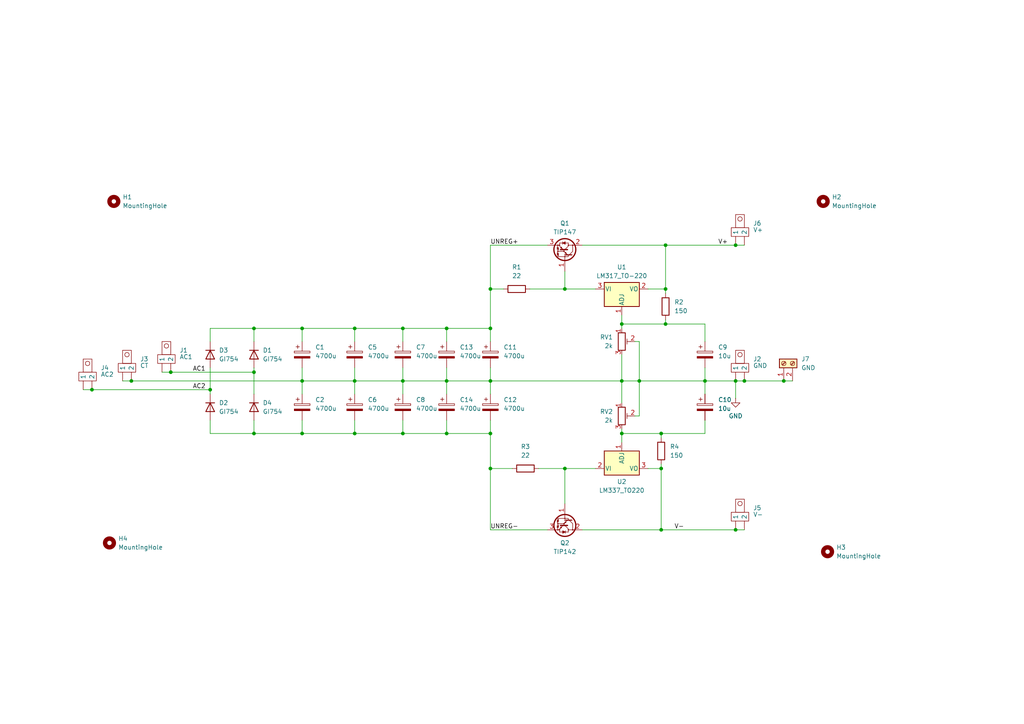
<source format=kicad_sch>
(kicad_sch (version 20250114) (generator "eeschema") (generator_version "9.0")
  (paper "A4")
  (lib_symbols
    (symbol "Connector:Screw_Terminal_01x02" (pin_names (offset 1.016) (hide yes))
      (property "Reference" "J" (at 0 2.54 0))
      (property "Value" "Screw_Terminal_01x02" (at 0 -5.08 0))
      (symbol "Screw_Terminal_01x02_1_1"
        (rectangle (start -1.27 1.27) (end 1.27 -3.81) (stroke (width 0.254)) (fill (type background)))
        (polyline (pts (xy -0.5334 0.3302) (xy 0.3302 -0.508)) (stroke (width 0.1524)))
        (polyline (pts (xy -0.5334 -2.2098) (xy 0.3302 -3.048)) (stroke (width 0.1524)))
        (polyline (pts (xy -0.3556 0.508) (xy 0.508 -0.3302)) (stroke (width 0.1524)))
        (polyline (pts (xy -0.3556 -2.032) (xy 0.508 -2.8702)) (stroke (width 0.1524)))
        (circle (center 0 0) (radius 0.635) (stroke (width 0.1524)))
        (circle (center 0 -2.54) (radius 0.635) (stroke (width 0.1524)))
        (pin passive line (at -5.08 0 0) (length 3.81) (name "Pin_1") (number "1"))
        (pin passive line (at -5.08 -2.54 0) (length 3.81) (name "Pin_2") (number "2"))
      )
    )
    (symbol "CustomSymbols:Spade_Connector" (pin_numbers (hide yes))
      (property "Reference" "J" (at 0 2.54 0))
      (symbol "Spade_Connector_0_1"
        (rectangle (start -2.54 0) (end 0 -5.08))
        (rectangle (start 0 -1.27) (end 3.81 -3.81))
        (circle (center 2.54 -2.54) (radius 0.635))
      )
      (symbol "Spade_Connector_1_1"
        (pin passive line (at -5.08 -1.27 0) (length 2.54) (name "1") (number "1"))
        (pin passive line (at -5.08 -3.81 0) (length 2.54) (name "2") (number "2"))
      )
    )
    (symbol "Device:C_Polarized" (pin_numbers (hide yes)) (pin_names (offset 0.254))
      (property "Reference" "C" (at 0.635 2.54 0))
      (property "Value" "C_Polarized" (at 0.635 -2.54 0))
      (symbol "C_Polarized_0_1"
        (rectangle (start -2.286 0.508) (end 2.286 1.016))
        (polyline (pts (xy -1.778 2.286) (xy -0.762 2.286)))
        (polyline (pts (xy -1.27 2.794) (xy -1.27 1.778)))
        (rectangle (start 2.286 -0.508) (end -2.286 -1.016) (fill (type outline)))
      )
      (symbol "C_Polarized_1_1"
        (pin passive line (at 0 3.81 270) (length 2.794) (name "~") (number "1"))
        (pin passive line (at 0 -3.81 90) (length 2.794) (name "~") (number "2"))
      )
    )
    (symbol "Device:D" (pin_numbers (hide yes)) (pin_names (offset 1.016) (hide yes))
      (property "Reference" "D" (at 0 2.54 0))
      (property "Value" "D" (at 0 -2.54 0))
      (symbol "D_0_1"
        (polyline (pts (xy -1.27 1.27) (xy -1.27 -1.27)) (stroke (width 0.254)))
        (polyline (pts (xy 1.27 1.27) (xy 1.27 -1.27) (xy -1.27 0) (xy 1.27 1.27)) (stroke (width 0.254)))
        (polyline (pts (xy 1.27 0) (xy -1.27 0)))
      )
      (symbol "D_1_1"
        (pin passive line (at -3.81 0 0) (length 2.54) (name "K") (number "1"))
        (pin passive line (at 3.81 0 180) (length 2.54) (name "A") (number "2"))
      )
    )
    (symbol "Device:R" (pin_numbers (hide yes)) (pin_names (offset 0))
      (property "Reference" "R" (at 2.032 0 90))
      (property "Value" "R" (at 0 0 90))
      (symbol "R_0_1"
        (rectangle (start -1.016 -2.54) (end 1.016 2.54) (stroke (width 0.254)))
      )
      (symbol "R_1_1"
        (pin passive line (at 0 3.81 270) (length 1.27) (name "~") (number "1"))
        (pin passive line (at 0 -3.81 90) (length 1.27) (name "~") (number "2"))
      )
    )
    (symbol "Device:R_Potentiometer_Trim" (pin_names (offset 1.016) (hide yes))
      (property "Reference" "RV" (at -4.445 0 90))
      (property "Value" "R_Potentiometer_Trim" (at -2.54 0 90))
      (symbol "R_Potentiometer_Trim_0_1"
        (rectangle (start 1.016 2.54) (end -1.016 -2.54) (stroke (width 0.254)))
        (polyline (pts (xy 1.524 0.762) (xy 1.524 -0.762)))
        (polyline (pts (xy 2.54 0) (xy 1.524 0)))
      )
      (symbol "R_Potentiometer_Trim_1_1"
        (pin passive line (at 0 3.81 270) (length 1.27) (name "1") (number "1"))
        (pin passive line (at 0 -3.81 90) (length 1.27) (name "3") (number "3"))
        (pin passive line (at 3.81 0 180) (length 1.27) (name "2") (number "2"))
      )
    )
    (symbol "Mechanical:MountingHole" (pin_names (offset 1.016)) (in_bom no)
      (property "Reference" "H" (at 0 5.08 0))
      (property "Value" "MountingHole" (at 0 3.175 0))
      (symbol "MountingHole_0_1"
        (circle (center 0 0) (radius 1.27) (stroke (width 1.27)))
      )
    )
    (symbol "Regulator_Linear:LM317_TO-220" (pin_names (offset 0.254))
      (property "Reference" "U" (at -3.81 3.175 0))
      (property "Value" "LM317_TO-220" (at 0 3.175 0))
      (symbol "LM317_TO-220_0_1"
        (rectangle (start -5.08 1.905) (end 5.08 -5.08) (stroke (width 0.254)) (fill (type background)))
      )
      (symbol "LM317_TO-220_1_1"
        (pin power_in line (at -7.62 0 0) (length 2.54) (name "VI") (number "3"))
        (pin input line (at 0 -7.62 90) (length 2.54) (name "ADJ") (number "1"))
        (pin power_out line (at 7.62 0 180) (length 2.54) (name "VO") (number "2"))
      )
    )
    (symbol "Regulator_Linear:LM337_TO220" (pin_names (offset 0.254))
      (property "Reference" "U" (at -3.81 -3.175 0))
      (property "Value" "LM337_TO220" (at 0 -3.175 0))
      (symbol "LM337_TO220_0_1"
        (rectangle (start -5.08 5.08) (end 5.08 -1.905) (stroke (width 0.254)) (fill (type background)))
      )
      (symbol "LM337_TO220_1_1"
        (pin power_in line (at -7.62 0 0) (length 2.54) (name "VI") (number "2"))
        (pin input line (at 0 7.62 270) (length 2.54) (name "ADJ") (number "1"))
        (pin power_out line (at 7.62 0 180) (length 2.54) (name "VO") (number "3"))
      )
    )
    (symbol "Transistor_BJT:TIP121" (pin_names (offset 0) (hide yes))
      (property "Reference" "Q" (at 5.08 1.905 0))
      (property "Value" "TIP121" (at 5.08 0 0))
      (symbol "TIP121_0_1"
        (polyline (pts (xy -1.27 0) (xy -0.889 0)))
        (circle (center -0.762 0) (radius 0.127))
        (polyline (pts (xy -0.254 2.032) (xy -0.254 0) (xy -0.254 0)) (stroke (width 0.3048)))
        (polyline (pts (xy -0.254 1.27) (xy 0.762 2.286) (xy 2.54 2.286)))
        (polyline (pts (xy -0.254 1.016) (xy -0.762 1.016) (xy -0.762 -2.032)))
        (polyline (pts (xy -0.254 0.762) (xy 0.762 -0.254) (xy 1.27 -0.254)))
        (polyline (pts (xy 0.635 -0.127) (xy 0.381 0.381) (xy 0.127 0.127) (xy 0.635 -0.127)))
        (polyline (pts (xy 0.762 -0.254) (xy 0.762 -2.032) (xy 1.143 -2.032) (xy 1.27 -1.778) (xy 1.397 -2.286) (xy 1.524 -1.778) (xy 1.651 -2.286) (xy 1.778 -1.778) (xy 1.905 -2.286) (xy 2.032 -2.032) (xy 2.54 -2.032)))
        (circle (center 0.762 -0.254) (radius 0.127))
        (polyline (pts (xy 0.762 -2.032) (xy 0.381 -2.032) (xy 0.254 -2.286) (xy 0.127 -1.778) (xy 0 -2.286) (xy -0.127 -1.778) (xy -0.254 -2.286) (xy -0.381 -1.778) (xy -0.508 -2.032) (xy -0.762 -2.032)))
        (circle (center 0.762 -2.032) (radius 0.127))
        (polyline (pts (xy 1.27 0.762) (xy 1.27 -1.27) (xy 1.27 -1.27)) (stroke (width 0.381)))
        (polyline (pts (xy 1.27 0) (xy 2.286 1.016) (xy 2.54 1.016) (xy 2.54 2.286)))
        (circle (center 1.27 0) (radius 3.175) (stroke (width 0.3556)))
        (polyline (pts (xy 1.27 -0.508) (xy 2.286 -1.524) (xy 2.54 -1.524) (xy 2.54 -2.032)))
        (polyline (pts (xy 2.159 -1.397) (xy 1.905 -0.889) (xy 1.651 -1.143) (xy 2.159 -1.397)))
        (circle (center 2.54 2.286) (radius 0.127))
        (circle (center 2.54 1.016) (radius 0.127))
        (polyline (pts (xy 2.54 -1.524) (xy 3.175 -1.524)))
        (circle (center 2.54 -1.524) (radius 0.127))
        (polyline (pts (xy 2.54 -2.032) (xy 2.54 -2.54)))
        (circle (center 2.54 -2.032) (radius 0.127))
        (polyline (pts (xy 2.794 0.127) (xy 3.556 0.127)))
        (polyline (pts (xy 3.175 1.016) (xy 2.54 1.016)))
        (polyline (pts (xy 3.175 1.016) (xy 3.175 0.127)))
        (polyline (pts (xy 3.175 0.127) (xy 2.794 -0.635) (xy 3.556 -0.635) (xy 3.175 0.127)) (fill (type outline)))
        (polyline (pts (xy 3.175 -0.635) (xy 3.175 -1.524)))
      )
      (symbol "TIP121_1_1"
        (pin input line (at -5.08 0 0) (length 3.81) (name "B") (number "1"))
        (pin passive line (at 2.54 5.08 270) (length 2.667) (name "C") (number "2"))
        (pin passive line (at 2.54 -5.08 90) (length 2.54) (name "E") (number "3"))
      )
    )
    (symbol "Transistor_BJT:TIP127" (pin_names (offset 0) (hide yes))
      (property "Reference" "Q" (at 5.08 1.905 0))
      (property "Value" "TIP127" (at 5.08 0 0))
      (symbol "TIP127_0_1"
        (polyline (pts (xy -1.27 0) (xy -0.889 0)))
        (circle (center -0.762 0) (radius 0.127))
        (polyline (pts (xy -0.254 2.032) (xy -0.254 0) (xy -0.254 0)) (stroke (width 0.3048)))
        (polyline (pts (xy -0.254 1.27) (xy 0.762 2.286) (xy 2.54 2.286)))
        (polyline (pts (xy -0.254 1.016) (xy -0.762 1.016) (xy -0.762 -2.032)))
        (polyline (pts (xy -0.254 0.762) (xy 0.762 -0.254) (xy 1.27 -0.254)))
        (polyline (pts (xy 0 0.508) (xy 0.254 0) (xy 0.508 0.254) (xy 0 0.508)))
        (polyline (pts (xy 0.762 -0.254) (xy 0.762 -2.032) (xy 1.143 -2.032) (xy 1.27 -1.778) (xy 1.397 -2.286) (xy 1.524 -1.778) (xy 1.651 -2.286) (xy 1.778 -1.778) (xy 1.905 -2.286) (xy 2.032 -2.032) (xy 2.54 -2.032)))
        (circle (center 0.762 -0.254) (radius 0.127))
        (polyline (pts (xy 0.762 -2.032) (xy 0.381 -2.032) (xy 0.254 -2.286) (xy 0.127 -1.778) (xy 0 -2.286) (xy -0.127 -1.778) (xy -0.254 -2.286) (xy -0.381 -1.778) (xy -0.508 -2.032) (xy -0.762 -2.032)))
        (circle (center 0.762 -2.032) (radius 0.127))
        (polyline (pts (xy 1.27 0.762) (xy 1.27 -1.27) (xy 1.27 -1.27)) (stroke (width 0.381)))
        (polyline (pts (xy 1.27 0) (xy 2.286 1.016) (xy 2.54 1.016) (xy 2.54 2.286)))
        (circle (center 1.27 0) (radius 3.175) (stroke (width 0.3556)))
        (polyline (pts (xy 1.27 -0.508) (xy 2.286 -1.524) (xy 2.54 -1.524) (xy 2.54 -2.032)))
        (polyline (pts (xy 1.524 -0.762) (xy 1.778 -1.27) (xy 2.032 -1.016) (xy 1.524 -0.762)))
        (circle (center 2.54 2.286) (radius 0.127))
        (circle (center 2.54 1.016) (radius 0.127))
        (polyline (pts (xy 2.54 -1.524) (xy 3.175 -1.524)))
        (circle (center 2.54 -1.524) (radius 0.127))
        (polyline (pts (xy 2.54 -2.032) (xy 2.54 -2.54)))
        (circle (center 2.54 -2.032) (radius 0.127))
        (polyline (pts (xy 2.794 -0.635) (xy 3.556 -0.635)))
        (polyline (pts (xy 3.175 1.016) (xy 2.54 1.016)))
        (polyline (pts (xy 3.175 0.127) (xy 3.175 1.016)))
        (polyline (pts (xy 3.175 -0.635) (xy 2.794 0.127) (xy 3.556 0.127) (xy 3.175 -0.635)) (fill (type outline)))
        (polyline (pts (xy 3.175 -1.524) (xy 3.175 -0.635)))
      )
      (symbol "TIP127_1_1"
        (pin input line (at -5.08 0 0) (length 3.81) (name "B") (number "1"))
        (pin passive line (at 2.54 5.08 270) (length 2.667) (name "C") (number "2"))
        (pin passive line (at 2.54 -5.08 90) (length 2.54) (name "E") (number "3"))
      )
    )
    (symbol "power:GND" (power) (pin_numbers (hide yes)) (pin_names (offset 0) (hide yes))
      (property "Value" "GND" (at 0 -3.81 0))
      (symbol "GND_0_1"
        (polyline (pts (xy 0 0) (xy 0 -1.27) (xy 1.27 -1.27) (xy 0 -2.54) (xy -1.27 -1.27) (xy 0 -1.27)))
      )
      (symbol "GND_1_1"
        (pin power_in line (at 0 0 270) (length 0) (name "~") (number "1"))
      )
    )
  )
  (junction (at 142.24 135.89))
  (junction (at 142.24 95.25))
  (junction (at 163.83 135.89))
  (junction (at 142.24 125.73))
  (junction (at 213.36 153.67))
  (junction (at 102.87 125.73))
  (junction (at 87.63 95.25))
  (junction (at 193.04 93.98))
  (junction (at 180.34 93.98))
  (junction (at 116.84 95.25))
  (junction (at 215.9 110.49))
  (junction (at 191.77 135.89))
  (junction (at 180.34 125.73))
  (junction (at 116.84 110.49))
  (junction (at 87.63 110.49))
  (junction (at 102.87 110.49))
  (junction (at 129.54 95.25))
  (junction (at 185.42 110.49))
  (junction (at 180.34 110.49))
  (junction (at 73.66 95.25))
  (junction (at 213.36 110.49))
  (junction (at 204.47 110.49))
  (junction (at 129.54 110.49))
  (junction (at 163.83 83.82))
  (junction (at 129.54 125.73))
  (junction (at 49.53 107.95))
  (junction (at 213.36 71.12))
  (junction (at 60.96 113.03))
  (junction (at 116.84 125.73))
  (junction (at 38.1 110.49))
  (junction (at 191.77 125.73))
  (junction (at 193.04 83.82))
  (junction (at 191.77 153.67))
  (junction (at 142.24 83.82))
  (junction (at 193.04 71.12))
  (junction (at 73.66 107.95))
  (junction (at 102.87 95.25))
  (junction (at 73.66 125.73))
  (junction (at 87.63 125.73))
  (junction (at 26.67 113.03))
  (junction (at 227.33 110.49))
  (junction (at 142.24 110.49))
  (wire (pts (xy 163.83 83.82) (xy 172.72 83.82)))
  (wire (pts (xy 129.54 110.49) (xy 142.24 110.49)))
  (wire (pts (xy 129.54 106.68) (xy 129.54 110.49)))
  (wire (pts (xy 142.24 83.82) (xy 146.05 83.82)))
  (wire (pts (xy 24.13 113.03) (xy 26.67 113.03)))
  (wire (pts (xy 168.91 71.12) (xy 193.04 71.12)))
  (wire (pts (xy 87.63 121.92) (xy 87.63 125.73)))
  (wire (pts (xy 142.24 71.12) (xy 142.24 83.82)))
  (wire (pts (xy 73.66 121.92) (xy 73.66 125.73)))
  (wire (pts (xy 191.77 135.89) (xy 187.96 135.89)))
  (wire (pts (xy 142.24 95.25) (xy 142.24 99.06)))
  (wire (pts (xy 87.63 106.68) (xy 87.63 110.49)))
  (wire (pts (xy 204.47 110.49) (xy 213.36 110.49)))
  (wire (pts (xy 60.96 125.73) (xy 60.96 121.92)))
  (wire (pts (xy 185.42 120.65) (xy 184.15 120.65)))
  (wire (pts (xy 204.47 110.49) (xy 204.47 114.3)))
  (wire (pts (xy 49.53 107.95) (xy 73.66 107.95)))
  (wire (pts (xy 142.24 110.49) (xy 142.24 114.3)))
  (wire (pts (xy 35.56 110.49) (xy 38.1 110.49)))
  (wire (pts (xy 213.36 110.49) (xy 215.9 110.49)))
  (wire (pts (xy 213.36 110.49) (xy 213.36 115.57)))
  (wire (pts (xy 193.04 92.71) (xy 193.04 93.98)))
  (wire (pts (xy 193.04 71.12) (xy 213.36 71.12)))
  (wire (pts (xy 73.66 106.68) (xy 73.66 107.95)))
  (wire (pts (xy 73.66 95.25) (xy 73.66 99.06)))
  (wire (pts (xy 102.87 125.73) (xy 87.63 125.73)))
  (wire (pts (xy 215.9 153.67) (xy 213.36 153.67)))
  (wire (pts (xy 73.66 95.25) (xy 87.63 95.25)))
  (wire (pts (xy 215.9 110.49) (xy 227.33 110.49)))
  (wire (pts (xy 187.96 83.82) (xy 193.04 83.82)))
  (wire (pts (xy 142.24 106.68) (xy 142.24 110.49)))
  (wire (pts (xy 142.24 110.49) (xy 180.34 110.49)))
  (wire (pts (xy 204.47 93.98) (xy 204.47 99.06)))
  (wire (pts (xy 180.34 125.73) (xy 180.34 128.27)))
  (wire (pts (xy 116.84 106.68) (xy 116.84 110.49)))
  (wire (pts (xy 116.84 95.25) (xy 129.54 95.25)))
  (wire (pts (xy 73.66 107.95) (xy 73.66 114.3)))
  (wire (pts (xy 102.87 110.49) (xy 102.87 114.3)))
  (wire (pts (xy 180.34 91.44) (xy 180.34 93.98)))
  (wire (pts (xy 102.87 95.25) (xy 102.87 99.06)))
  (wire (pts (xy 185.42 110.49) (xy 204.47 110.49)))
  (wire (pts (xy 193.04 71.12) (xy 193.04 83.82)))
  (wire (pts (xy 129.54 95.25) (xy 142.24 95.25)))
  (wire (pts (xy 129.54 95.25) (xy 129.54 99.06)))
  (wire (pts (xy 191.77 134.62) (xy 191.77 135.89)))
  (wire (pts (xy 142.24 135.89) (xy 142.24 125.73)))
  (wire (pts (xy 204.47 121.92) (xy 204.47 125.73)))
  (wire (pts (xy 60.96 106.68) (xy 60.96 113.03)))
  (wire (pts (xy 213.36 71.12) (xy 215.9 71.12)))
  (wire (pts (xy 191.77 127) (xy 191.77 125.73)))
  (wire (pts (xy 180.34 110.49) (xy 180.34 116.84)))
  (wire (pts (xy 163.83 135.89) (xy 172.72 135.89)))
  (wire (pts (xy 168.91 153.67) (xy 191.77 153.67)))
  (wire (pts (xy 191.77 135.89) (xy 191.77 153.67)))
  (wire (pts (xy 116.84 95.25) (xy 116.84 99.06)))
  (wire (pts (xy 129.54 110.49) (xy 129.54 114.3)))
  (wire (pts (xy 191.77 153.67) (xy 213.36 153.67)))
  (wire (pts (xy 156.21 135.89) (xy 163.83 135.89)))
  (wire (pts (xy 46.99 107.95) (xy 49.53 107.95)))
  (wire (pts (xy 153.67 83.82) (xy 163.83 83.82)))
  (wire (pts (xy 180.34 110.49) (xy 185.42 110.49)))
  (wire (pts (xy 142.24 135.89) (xy 148.59 135.89)))
  (wire (pts (xy 193.04 93.98) (xy 204.47 93.98)))
  (wire (pts (xy 180.34 102.87) (xy 180.34 110.49)))
  (wire (pts (xy 180.34 124.46) (xy 180.34 125.73)))
  (wire (pts (xy 163.83 135.89) (xy 163.83 146.05)))
  (wire (pts (xy 87.63 125.73) (xy 73.66 125.73)))
  (wire (pts (xy 87.63 110.49) (xy 87.63 114.3)))
  (wire (pts (xy 142.24 153.67) (xy 142.24 135.89)))
  (wire (pts (xy 142.24 153.67) (xy 158.75 153.67)))
  (wire (pts (xy 38.1 110.49) (xy 87.63 110.49)))
  (wire (pts (xy 116.84 110.49) (xy 116.84 114.3)))
  (wire (pts (xy 185.42 99.06) (xy 185.42 110.49)))
  (wire (pts (xy 116.84 110.49) (xy 129.54 110.49)))
  (wire (pts (xy 60.96 95.25) (xy 60.96 99.06)))
  (wire (pts (xy 142.24 83.82) (xy 142.24 95.25)))
  (wire (pts (xy 227.33 110.49) (xy 229.87 110.49)))
  (wire (pts (xy 102.87 110.49) (xy 116.84 110.49)))
  (wire (pts (xy 180.34 125.73) (xy 191.77 125.73)))
  (wire (pts (xy 142.24 121.92) (xy 142.24 125.73)))
  (wire (pts (xy 60.96 113.03) (xy 60.96 114.3)))
  (wire (pts (xy 87.63 95.25) (xy 102.87 95.25)))
  (wire (pts (xy 193.04 83.82) (xy 193.04 85.09)))
  (wire (pts (xy 163.83 78.74) (xy 163.83 83.82)))
  (wire (pts (xy 129.54 121.92) (xy 129.54 125.73)))
  (wire (pts (xy 102.87 121.92) (xy 102.87 125.73)))
  (wire (pts (xy 102.87 95.25) (xy 116.84 95.25)))
  (wire (pts (xy 204.47 106.68) (xy 204.47 110.49)))
  (wire (pts (xy 60.96 95.25) (xy 73.66 95.25)))
  (wire (pts (xy 116.84 125.73) (xy 129.54 125.73)))
  (wire (pts (xy 180.34 93.98) (xy 180.34 95.25)))
  (wire (pts (xy 102.87 106.68) (xy 102.87 110.49)))
  (wire (pts (xy 129.54 125.73) (xy 142.24 125.73)))
  (wire (pts (xy 184.15 99.06) (xy 185.42 99.06)))
  (wire (pts (xy 26.67 113.03) (xy 60.96 113.03)))
  (wire (pts (xy 204.47 125.73) (xy 191.77 125.73)))
  (wire (pts (xy 180.34 93.98) (xy 193.04 93.98)))
  (wire (pts (xy 116.84 121.92) (xy 116.84 125.73)))
  (wire (pts (xy 87.63 99.06) (xy 87.63 95.25)))
  (wire (pts (xy 142.24 71.12) (xy 158.75 71.12)))
  (wire (pts (xy 87.63 110.49) (xy 102.87 110.49)))
  (wire (pts (xy 116.84 125.73) (xy 102.87 125.73)))
  (wire (pts (xy 185.42 110.49) (xy 185.42 120.65)))
  (wire (pts (xy 60.96 125.73) (xy 73.66 125.73)))
  (label "AC1" (at 55.88 107.95 0))
  (label "AC2" (at 55.88 113.03 0))
  (label "V-" (at 195.58 153.67 0))
  (label "UNREG-" (at 142.24 153.67 0))
  (label "UNREG+" (at 142.24 71.12 0))
  (label "V+" (at 208.28 71.12 0))
  (symbol (lib_id "Device:R") (at 149.86 83.82 90) (unit 1)
    (property "Reference" "R1" (at 149.86 77.47 90))
    (property "Value" "22" (at 149.86 80.01 90))
    (property "Footprint" "Resistor_THT:R_Axial_DIN0204_L3.6mm_D1.6mm_P7.62mm_Horizontal" (effects (hide yes)))
    (property "Description" "Resistor" (effects (hide yes)))
  )
  (symbol (lib_id "Mechanical:MountingHole") (at 33.02 58.42 0) (unit 1) (in_bom no)
    (property "Reference" "H1" (at 35.56 57.1499 0) (effects (justify left)))
    (property "Value" "MountingHole" (at 35.56 59.6899 0) (effects (justify left)))
    (property "Footprint" "MountingHole:MountingHole_3.2mm_M3" (effects (hide yes)))
    (property "Description" "Mounting Hole without connection" (effects (hide yes)))
  )
  (symbol (lib_id "Device:R") (at 191.77 130.81 180) (unit 1)
    (property "Reference" "R4" (at 194.31 129.5399 0) (effects (justify right)))
    (property "Value" "150" (at 194.31 132.0799 0) (effects (justify right)))
    (property "Footprint" "Resistor_THT:R_Axial_DIN0204_L3.6mm_D1.6mm_P7.62mm_Horizontal" (effects (hide yes)))
    (property "Description" "Resistor" (effects (hide yes)))
  )
  (symbol (lib_id "Device:C_Polarized") (at 129.54 102.87 0) (unit 1)
    (property "Reference" "C13" (at 133.35 100.7109 0) (effects (justify left)))
    (property "Value" "4700u" (at 133.35 103.2509 0) (effects (justify left)))
    (property "Footprint" "Capacitor_THT:CP_Radial_D18.0mm_P7.50mm" (effects (hide yes)))
    (property "Description" "Polarized capacitor" (effects (hide yes)))
  )
  (symbol (lib_id "power:GND") (at 213.36 115.57 0) (unit 1)
    (property "Reference" "#PWR01" (effects (hide yes)))
    (property "Value" "GND" (at 213.36 120.65 0))
    (property "Description" "Power symbol creates a global label with name \"GND\" , ground" (effects (hide yes)))
  )
  (symbol (lib_id "Device:C_Polarized") (at 87.63 102.87 0) (unit 1)
    (property "Reference" "C1" (at 91.44 100.7109 0) (effects (justify left)))
    (property "Value" "4700u" (at 91.44 103.2509 0) (effects (justify left)))
    (property "Footprint" "Capacitor_THT:CP_Radial_D18.0mm_P7.50mm" (effects (hide yes)))
    (property "Description" "Polarized capacitor" (effects (hide yes)))
  )
  (symbol (lib_id "Device:D") (at 60.96 102.87 270) (unit 1)
    (property "Reference" "D3" (at 63.5 101.5999 90) (effects (justify left)))
    (property "Value" "GI754" (at 63.5 104.1399 90) (effects (justify left)))
    (property "Footprint" "Diode_THT:D_P600_R-6_P12.70mm_Horizontal" (effects (hide yes)))
    (property "Description" "Diode" (effects (hide yes)))
    (property "Sim.Device" "D" (effects (hide yes)))
    (property "Sim.Pins" "1=K 2=A" (effects (hide yes)))
  )
  (symbol (lib_id "Transistor_BJT:TIP127") (at 163.83 73.66 270) (mirror x) (unit 1)
    (property "Reference" "Q1" (at 163.83 64.77 90))
    (property "Value" "TIP147" (at 163.83 67.31 90))
    (property "Footprint" "Package_TO_SOT_THT:TO-247-3_Horizontal_TabDown" (effects (hide yes)))
    (property "Datasheet" "https://www.onsemi.com/pub/Collateral/TIP120-D.PDF" (effects (hide yes)))
    (property "Description" "5A Ic, 100V Vce, Silicon Darlington Power PNP Transistor, TO-220" (effects (hide yes)))
  )
  (symbol (lib_id "CustomSymbols:Spade_Connector") (at 212.09 148.59 90) (unit 1)
    (property "Reference" "J5" (at 218.44 147.3199 90) (effects (justify right)))
    (property "Value" "V-" (at 218.44 149.225 90) (effects (justify right)))
    (property "Footprint" "Custom:Spade Connector" (effects (hide yes)))
  )
  (symbol (lib_id "Connector:Screw_Terminal_01x02") (at 227.33 105.41 90) (unit 1)
    (property "Reference" "J7" (at 232.41 104.1399 90) (effects (justify right)))
    (property "Value" "GND" (at 232.41 106.6799 90) (effects (justify right)))
    (property "Footprint" "TerminalBlock_Phoenix:TerminalBlock_Phoenix_MKDS-1,5-2_1x02_P5.00mm_Horizontal" (effects (hide yes)))
    (property "Description" "Generic screw terminal, single row, 01x02, script generated (kicad-library-utils/schlib/autogen/connector/)" (effects (hide yes)))
  )
  (symbol (lib_id "Device:C_Polarized") (at 87.63 118.11 0) (unit 1)
    (property "Reference" "C2" (at 91.44 115.9509 0) (effects (justify left)))
    (property "Value" "4700u" (at 91.44 118.4909 0) (effects (justify left)))
    (property "Footprint" "Capacitor_THT:CP_Radial_D18.0mm_P7.50mm" (effects (hide yes)))
    (property "Description" "Polarized capacitor" (effects (hide yes)))
  )
  (symbol (lib_id "Device:C_Polarized") (at 102.87 118.11 0) (unit 1)
    (property "Reference" "C6" (at 106.68 115.9509 0) (effects (justify left)))
    (property "Value" "4700u" (at 106.68 118.4909 0) (effects (justify left)))
    (property "Footprint" "Capacitor_THT:CP_Radial_D18.0mm_P7.50mm" (effects (hide yes)))
    (property "Description" "Polarized capacitor" (effects (hide yes)))
  )
  (symbol (lib_id "Device:R_Potentiometer_Trim") (at 180.34 120.65 0) (unit 1)
    (property "Reference" "RV2" (at 177.8 119.3799 0) (effects (justify right)))
    (property "Value" "2k" (at 177.8 121.9199 0) (effects (justify right)))
    (property "Footprint" "Custom:TRIM_T93YA103KT20" (effects (hide yes)))
    (property "Description" "Trim-potentiometer" (effects (hide yes)))
  )
  (symbol (lib_id "CustomSymbols:Spade_Connector") (at 45.72 102.87 90) (unit 1)
    (property "Reference" "J1" (at 52.07 101.5999 90) (effects (justify right)))
    (property "Value" "AC1" (at 52.07 103.505 90) (effects (justify right)))
    (property "Footprint" "Custom:Spade Connector" (effects (hide yes)))
  )
  (symbol (lib_id "Device:C_Polarized") (at 142.24 102.87 0) (unit 1)
    (property "Reference" "C11" (at 146.05 100.7109 0) (effects (justify left)))
    (property "Value" "4700u" (at 146.05 103.2509 0) (effects (justify left)))
    (property "Footprint" "Capacitor_THT:CP_Radial_D18.0mm_P7.50mm" (effects (hide yes)))
    (property "Description" "Polarized capacitor" (effects (hide yes)))
  )
  (symbol (lib_id "Device:R") (at 193.04 88.9 180) (unit 1)
    (property "Reference" "R2" (at 195.58 87.6299 0) (effects (justify right)))
    (property "Value" "150" (at 195.58 90.1699 0) (effects (justify right)))
    (property "Footprint" "Resistor_THT:R_Axial_DIN0204_L3.6mm_D1.6mm_P7.62mm_Horizontal" (effects (hide yes)))
    (property "Description" "Resistor" (effects (hide yes)))
  )
  (symbol (lib_id "Regulator_Linear:LM337_TO220") (at 180.34 135.89 0) (unit 1)
    (property "Reference" "U2" (at 180.34 139.7 0))
    (property "Value" "LM337_TO220" (at 180.34 142.24 0))
    (property "Footprint" "Package_TO_SOT_THT:TO-220-3_Vertical" (effects (hide yes)))
    (property "Datasheet" "http://www.ti.com/lit/ds/symlink/lm337-n.pdf" (effects (hide yes)))
    (property "Description" "Negative 1.5A 35V Adjustable Linear Regulator, TO-220" (effects (hide yes)))
  )
  (symbol (lib_id "CustomSymbols:Spade_Connector") (at 22.86 107.95 90) (unit 1)
    (property "Reference" "J4" (at 29.21 106.6799 90) (effects (justify right)))
    (property "Value" "AC2" (at 29.21 108.585 90) (effects (justify right)))
    (property "Footprint" "Custom:Spade Connector" (effects (hide yes)))
  )
  (symbol (lib_id "CustomSymbols:Spade_Connector") (at 212.09 66.04 90) (unit 1)
    (property "Reference" "J6" (at 218.44 64.7699 90) (effects (justify right)))
    (property "Value" "V+" (at 218.44 66.675 90) (effects (justify right)))
    (property "Footprint" "Custom:Spade Connector" (effects (hide yes)))
  )
  (symbol (lib_id "Device:C_Polarized") (at 116.84 102.87 0) (unit 1)
    (property "Reference" "C7" (at 120.65 100.7109 0) (effects (justify left)))
    (property "Value" "4700u" (at 120.65 103.2509 0) (effects (justify left)))
    (property "Footprint" "Capacitor_THT:CP_Radial_D18.0mm_P7.50mm" (effects (hide yes)))
    (property "Description" "Polarized capacitor" (effects (hide yes)))
  )
  (symbol (lib_id "Mechanical:MountingHole") (at 240.03 160.02 0) (unit 1) (in_bom no)
    (property "Reference" "H3" (at 242.57 158.7499 0) (effects (justify left)))
    (property "Value" "MountingHole" (at 242.57 161.2899 0) (effects (justify left)))
    (property "Footprint" "MountingHole:MountingHole_3.2mm_M3" (effects (hide yes)))
    (property "Description" "Mounting Hole without connection" (effects (hide yes)))
  )
  (symbol (lib_id "CustomSymbols:Spade_Connector") (at 212.09 105.41 90) (unit 1)
    (property "Reference" "J2" (at 218.44 104.1399 90) (effects (justify right)))
    (property "Value" "GND" (at 218.44 106.045 90) (effects (justify right)))
    (property "Footprint" "Custom:Spade Connector" (effects (hide yes)))
  )
  (symbol (lib_id "Mechanical:MountingHole") (at 238.76 58.42 0) (unit 1) (in_bom no)
    (property "Reference" "H2" (at 241.3 57.1499 0) (effects (justify left)))
    (property "Value" "MountingHole" (at 241.3 59.6899 0) (effects (justify left)))
    (property "Footprint" "MountingHole:MountingHole_3.2mm_M3" (effects (hide yes)))
    (property "Description" "Mounting Hole without connection" (effects (hide yes)))
  )
  (symbol (lib_id "Device:C_Polarized") (at 142.24 118.11 0) (unit 1)
    (property "Reference" "C12" (at 146.05 115.9509 0) (effects (justify left)))
    (property "Value" "4700u" (at 146.05 118.4909 0) (effects (justify left)))
    (property "Footprint" "Capacitor_THT:CP_Radial_D18.0mm_P7.50mm" (effects (hide yes)))
    (property "Description" "Polarized capacitor" (effects (hide yes)))
  )
  (symbol (lib_id "Device:R") (at 152.4 135.89 90) (unit 1)
    (property "Reference" "R3" (at 152.4 129.54 90))
    (property "Value" "22" (at 152.4 132.08 90))
    (property "Footprint" "Resistor_THT:R_Axial_DIN0204_L3.6mm_D1.6mm_P7.62mm_Horizontal" (effects (hide yes)))
    (property "Description" "Resistor" (effects (hide yes)))
  )
  (symbol (lib_id "Device:D") (at 73.66 102.87 270) (unit 1)
    (property "Reference" "D1" (at 76.2 101.5999 90) (effects (justify left)))
    (property "Value" "GI754" (at 76.2 104.1399 90) (effects (justify left)))
    (property "Footprint" "Diode_THT:D_P600_R-6_P12.70mm_Horizontal" (effects (hide yes)))
    (property "Description" "Diode" (effects (hide yes)))
    (property "Sim.Device" "D" (effects (hide yes)))
    (property "Sim.Pins" "1=K 2=A" (effects (hide yes)))
  )
  (symbol (lib_id "Mechanical:MountingHole") (at 31.75 157.48 0) (unit 1) (in_bom no)
    (property "Reference" "H4" (at 34.29 156.2099 0) (effects (justify left)))
    (property "Value" "MountingHole" (at 34.29 158.7499 0) (effects (justify left)))
    (property "Footprint" "MountingHole:MountingHole_3.2mm_M3" (effects (hide yes)))
    (property "Description" "Mounting Hole without connection" (effects (hide yes)))
  )
  (symbol (lib_id "Device:D") (at 73.66 118.11 270) (unit 1)
    (property "Reference" "D4" (at 76.2 116.8399 90) (effects (justify left)))
    (property "Value" "GI754" (at 76.2 119.3799 90) (effects (justify left)))
    (property "Footprint" "Diode_THT:D_P600_R-6_P12.70mm_Horizontal" (effects (hide yes)))
    (property "Description" "Diode" (effects (hide yes)))
    (property "Sim.Device" "D" (effects (hide yes)))
    (property "Sim.Pins" "1=K 2=A" (effects (hide yes)))
  )
  (symbol (lib_id "Regulator_Linear:LM317_TO-220") (at 180.34 83.82 0) (unit 1)
    (property "Reference" "U1" (at 180.34 77.47 0))
    (property "Value" "LM317_TO-220" (at 180.34 80.01 0))
    (property "Footprint" "Package_TO_SOT_THT:TO-220-3_Vertical" (effects (hide yes)))
    (property "Datasheet" "http://www.ti.com/lit/ds/symlink/lm317.pdf" (effects (hide yes)))
    (property "Description" "1.5A 35V Adjustable Linear Regulator, TO-220" (effects (hide yes)))
  )
  (symbol (lib_id "Transistor_BJT:TIP121") (at 163.83 151.13 270) (unit 1)
    (property "Reference" "Q2" (at 163.83 157.48 90))
    (property "Value" "TIP142" (at 163.83 160.02 90))
    (property "Footprint" "Package_TO_SOT_THT:TO-247-3_Horizontal_TabDown" (effects (hide yes)))
    (property "Datasheet" "https://www.onsemi.com/pub/Collateral/TIP120-D.PDF" (effects (hide yes)))
    (property "Description" "5A Ic, 80V Vce, Silicon Darlington Power NPN Transistor, TO-220" (effects (hide yes)))
  )
  (symbol (lib_id "Device:C_Polarized") (at 129.54 118.11 0) (unit 1)
    (property "Reference" "C14" (at 133.35 115.9509 0) (effects (justify left)))
    (property "Value" "4700u" (at 133.35 118.4909 0) (effects (justify left)))
    (property "Footprint" "Capacitor_THT:CP_Radial_D18.0mm_P7.50mm" (effects (hide yes)))
    (property "Description" "Polarized capacitor" (effects (hide yes)))
  )
  (symbol (lib_id "Device:C_Polarized") (at 116.84 118.11 0) (unit 1)
    (property "Reference" "C8" (at 120.65 115.9509 0) (effects (justify left)))
    (property "Value" "4700u" (at 120.65 118.4909 0) (effects (justify left)))
    (property "Footprint" "Capacitor_THT:CP_Radial_D18.0mm_P7.50mm" (effects (hide yes)))
    (property "Description" "Polarized capacitor" (effects (hide yes)))
  )
  (symbol (lib_id "Device:C_Polarized") (at 204.47 118.11 0) (unit 1)
    (property "Reference" "C10" (at 208.28 115.9509 0) (effects (justify left)))
    (property "Value" "10u" (at 208.28 118.4909 0) (effects (justify left)))
    (property "Footprint" "Capacitor_THT:CP_Radial_D4.0mm_P2.00mm" (effects (hide yes)))
    (property "Description" "Polarized capacitor" (effects (hide yes)))
  )
  (symbol (lib_id "CustomSymbols:Spade_Connector") (at 34.29 105.41 90) (unit 1)
    (property "Reference" "J3" (at 40.64 104.1399 90) (effects (justify right)))
    (property "Value" "CT" (at 40.64 106.045 90) (effects (justify right)))
    (property "Footprint" "Custom:Spade Connector" (effects (hide yes)))
  )
  (symbol (lib_id "Device:R_Potentiometer_Trim") (at 180.34 99.06 0) (unit 1)
    (property "Reference" "RV1" (at 177.8 97.7899 0) (effects (justify right)))
    (property "Value" "2k" (at 177.8 100.3299 0) (effects (justify right)))
    (property "Footprint" "Custom:TRIM_T93YA103KT20" (effects (hide yes)))
    (property "Description" "Trim-potentiometer" (effects (hide yes)))
  )
  (symbol (lib_id "Device:D") (at 60.96 118.11 270) (unit 1)
    (property "Reference" "D2" (at 63.5 116.8399 90) (effects (justify left)))
    (property "Value" "GI754" (at 63.5 119.3799 90) (effects (justify left)))
    (property "Footprint" "Diode_THT:D_P600_R-6_P12.70mm_Horizontal" (effects (hide yes)))
    (property "Description" "Diode" (effects (hide yes)))
    (property "Sim.Device" "D" (effects (hide yes)))
    (property "Sim.Pins" "1=K 2=A" (effects (hide yes)))
  )
  (symbol (lib_id "Device:C_Polarized") (at 204.47 102.87 0) (unit 1)
    (property "Reference" "C9" (at 208.28 100.7109 0) (effects (justify left)))
    (property "Value" "10u" (at 208.28 103.2509 0) (effects (justify left)))
    (property "Footprint" "Capacitor_THT:CP_Radial_D4.0mm_P2.00mm" (effects (hide yes)))
    (property "Description" "Polarized capacitor" (effects (hide yes)))
  )
  (symbol (lib_id "Device:C_Polarized") (at 102.87 102.87 0) (unit 1)
    (property "Reference" "C5" (at 106.68 100.7109 0) (effects (justify left)))
    (property "Value" "4700u" (at 106.68 103.2509 0) (effects (justify left)))
    (property "Footprint" "Capacitor_THT:CP_Radial_D18.0mm_P7.50mm" (effects (hide yes)))
    (property "Description" "Polarized capacitor" (effects (hide yes)))
  )
)
</source>
